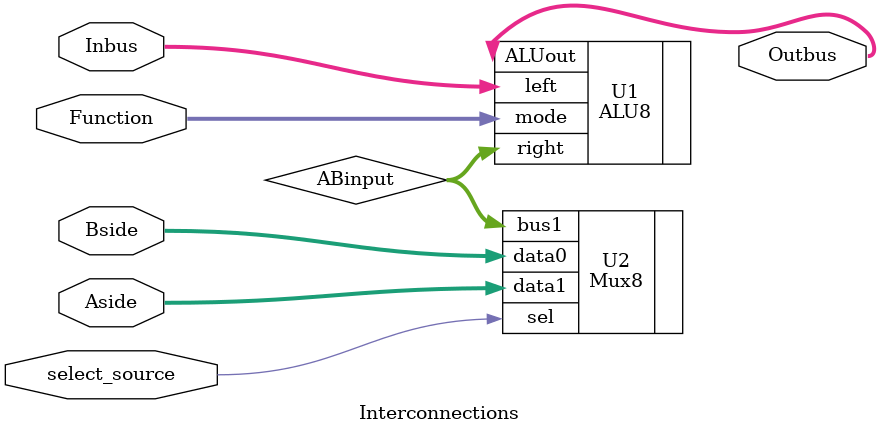
<source format=v>
`timescale 1ns / 1ps


module Interconnections(
    input wire [7:0] Inbus,
    input wire [7:0] Aside,
    input wire [7:0] Bside,
    input wire select_source,
    input wire [1:0] Function,
    
    output wire [7:0] Outbus
    );
    wire [7:0] ABinput;
    ALU8 U1(.left(Inbus),.right(ABinput),.mode(Function),.ALUout(Outbus));
    Mux8 U2(.sel(select_source),.data1(Aside),.data0(Bside),.bus1(ABinput));
endmodule

</source>
